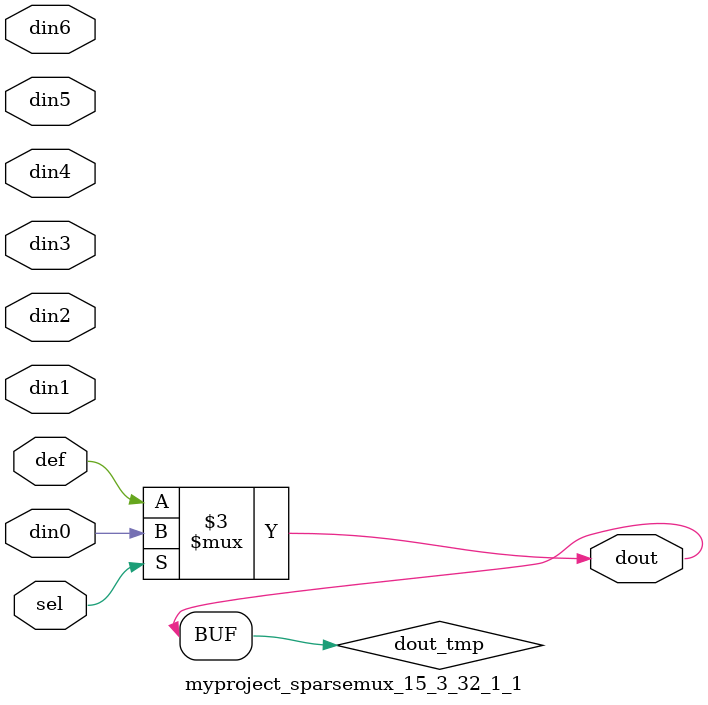
<source format=v>
`timescale 1ns / 1ps

module myproject_sparsemux_15_3_32_1_1 (din0,din1,din2,din3,din4,din5,din6,def,sel,dout);

parameter din0_WIDTH = 1;

parameter din1_WIDTH = 1;

parameter din2_WIDTH = 1;

parameter din3_WIDTH = 1;

parameter din4_WIDTH = 1;

parameter din5_WIDTH = 1;

parameter din6_WIDTH = 1;

parameter def_WIDTH = 1;
parameter sel_WIDTH = 1;
parameter dout_WIDTH = 1;

parameter [sel_WIDTH-1:0] CASE0 = 1;

parameter [sel_WIDTH-1:0] CASE1 = 1;

parameter [sel_WIDTH-1:0] CASE2 = 1;

parameter [sel_WIDTH-1:0] CASE3 = 1;

parameter [sel_WIDTH-1:0] CASE4 = 1;

parameter [sel_WIDTH-1:0] CASE5 = 1;

parameter [sel_WIDTH-1:0] CASE6 = 1;

parameter ID = 1;
parameter NUM_STAGE = 1;



input [din0_WIDTH-1:0] din0;

input [din1_WIDTH-1:0] din1;

input [din2_WIDTH-1:0] din2;

input [din3_WIDTH-1:0] din3;

input [din4_WIDTH-1:0] din4;

input [din5_WIDTH-1:0] din5;

input [din6_WIDTH-1:0] din6;

input [def_WIDTH-1:0] def;
input [sel_WIDTH-1:0] sel;

output [dout_WIDTH-1:0] dout;



reg [dout_WIDTH-1:0] dout_tmp;

always @ (*) begin
case (sel)
    
    CASE0 : dout_tmp = din0;
    
    CASE1 : dout_tmp = din1;
    
    CASE2 : dout_tmp = din2;
    
    CASE3 : dout_tmp = din3;
    
    CASE4 : dout_tmp = din4;
    
    CASE5 : dout_tmp = din5;
    
    CASE6 : dout_tmp = din6;
    
    default : dout_tmp = def;
endcase
end


assign dout = dout_tmp;



endmodule

</source>
